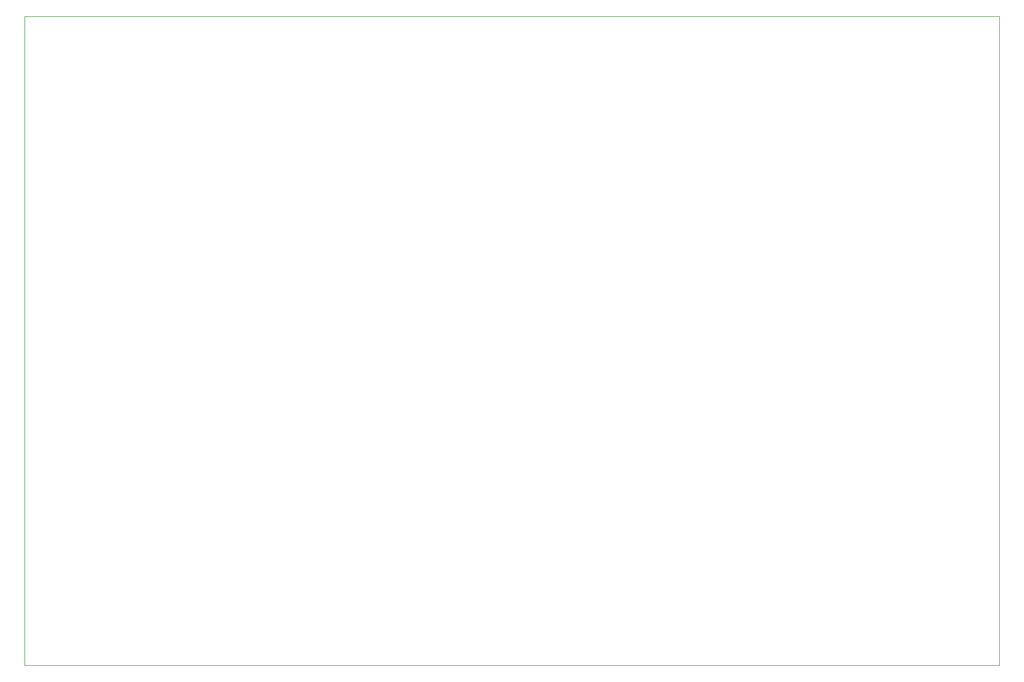
<source format=gbo>
G04 MADE WITH FRITZING*
G04 WWW.FRITZING.ORG*
G04 DOUBLE SIDED*
G04 HOLES PLATED*
G04 CONTOUR ON CENTER OF CONTOUR VECTOR*
%ASAXBY*%
%FSLAX23Y23*%
%MOIN*%
%OFA0B0*%
%SFA1.0B1.0*%
%ADD10R,11.811000X7.874020X11.795000X7.858020*%
%ADD11C,0.008000*%
%LNSILK0*%
G90*
G70*
G54D11*
X4Y7870D02*
X11807Y7870D01*
X11807Y4D01*
X4Y4D01*
X4Y7870D01*
D02*
G04 End of Silk0*
M02*
</source>
